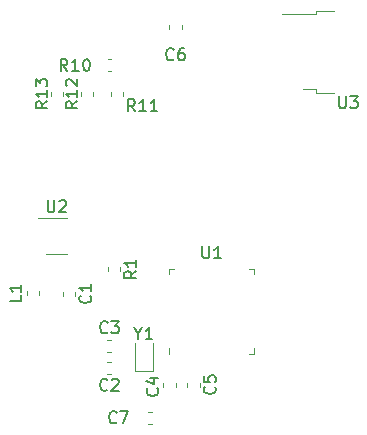
<source format=gbr>
G04 #@! TF.GenerationSoftware,KiCad,Pcbnew,5.1.5*
G04 #@! TF.CreationDate,2020-05-24T16:04:19+02:00*
G04 #@! TF.ProjectId,ATSAML22GA18A_DevBoard,41545341-4d4c-4323-9247-413138415f44,rev?*
G04 #@! TF.SameCoordinates,Original*
G04 #@! TF.FileFunction,Legend,Top*
G04 #@! TF.FilePolarity,Positive*
%FSLAX46Y46*%
G04 Gerber Fmt 4.6, Leading zero omitted, Abs format (unit mm)*
G04 Created by KiCad (PCBNEW 5.1.5) date 2020-05-24 16:04:19*
%MOMM*%
%LPD*%
G04 APERTURE LIST*
%ADD10C,0.120000*%
%ADD11C,0.150000*%
G04 APERTURE END LIST*
D10*
X155958000Y-83789733D02*
X155958000Y-84132267D01*
X154938000Y-83789733D02*
X154938000Y-84132267D01*
X159034267Y-89787000D02*
X158691733Y-89787000D01*
X159034267Y-90807000D02*
X158691733Y-90807000D01*
X159034267Y-88902000D02*
X158691733Y-88902000D01*
X159034267Y-87882000D02*
X158691733Y-87882000D01*
X163447000Y-91536733D02*
X163447000Y-91879267D01*
X164467000Y-91536733D02*
X164467000Y-91879267D01*
X166499000Y-91508733D02*
X166499000Y-91851267D01*
X165479000Y-91508733D02*
X165479000Y-91851267D01*
X163955000Y-61183733D02*
X163955000Y-61526267D01*
X164975000Y-61183733D02*
X164975000Y-61526267D01*
X162477267Y-94998000D02*
X162134733Y-94998000D01*
X162477267Y-93978000D02*
X162134733Y-93978000D01*
X151890000Y-84084279D02*
X151890000Y-83758721D01*
X152910000Y-84084279D02*
X152910000Y-83758721D01*
X159768000Y-81726721D02*
X159768000Y-82052279D01*
X158748000Y-81726721D02*
X158748000Y-82052279D01*
X159039779Y-64133000D02*
X158714221Y-64133000D01*
X159039779Y-65153000D02*
X158714221Y-65153000D01*
X159002000Y-67244279D02*
X159002000Y-66918721D01*
X160022000Y-67244279D02*
X160022000Y-66918721D01*
X157482000Y-67244279D02*
X157482000Y-66918721D01*
X156462000Y-67244279D02*
X156462000Y-66918721D01*
X153922000Y-67218779D02*
X153922000Y-66893221D01*
X154942000Y-67218779D02*
X154942000Y-66893221D01*
X163903000Y-82336000D02*
X163903000Y-81861000D01*
X163903000Y-81861000D02*
X164378000Y-81861000D01*
X171123000Y-88606000D02*
X171123000Y-89081000D01*
X171123000Y-89081000D02*
X170648000Y-89081000D01*
X171123000Y-82336000D02*
X171123000Y-81861000D01*
X171123000Y-81861000D02*
X170648000Y-81861000D01*
X163903000Y-88606000D02*
X163903000Y-89081000D01*
X153512000Y-80620000D02*
X155272000Y-80620000D01*
X155272000Y-77550000D02*
X152842000Y-77550000D01*
X177846000Y-60050000D02*
X176346000Y-60050000D01*
X176346000Y-60050000D02*
X176346000Y-60320000D01*
X176346000Y-60320000D02*
X173516000Y-60320000D01*
X177846000Y-66950000D02*
X176346000Y-66950000D01*
X176346000Y-66950000D02*
X176346000Y-66680000D01*
X176346000Y-66680000D02*
X175246000Y-66680000D01*
X160998000Y-88146000D02*
X160998000Y-90546000D01*
X160998000Y-90546000D02*
X162598000Y-90546000D01*
X162598000Y-90546000D02*
X162598000Y-88146000D01*
D11*
X157235142Y-84127666D02*
X157282761Y-84175285D01*
X157330380Y-84318142D01*
X157330380Y-84413380D01*
X157282761Y-84556238D01*
X157187523Y-84651476D01*
X157092285Y-84699095D01*
X156901809Y-84746714D01*
X156758952Y-84746714D01*
X156568476Y-84699095D01*
X156473238Y-84651476D01*
X156378000Y-84556238D01*
X156330380Y-84413380D01*
X156330380Y-84318142D01*
X156378000Y-84175285D01*
X156425619Y-84127666D01*
X157330380Y-83175285D02*
X157330380Y-83746714D01*
X157330380Y-83461000D02*
X156330380Y-83461000D01*
X156473238Y-83556238D01*
X156568476Y-83651476D01*
X156616095Y-83746714D01*
X158696333Y-92084142D02*
X158648714Y-92131761D01*
X158505857Y-92179380D01*
X158410619Y-92179380D01*
X158267761Y-92131761D01*
X158172523Y-92036523D01*
X158124904Y-91941285D01*
X158077285Y-91750809D01*
X158077285Y-91607952D01*
X158124904Y-91417476D01*
X158172523Y-91322238D01*
X158267761Y-91227000D01*
X158410619Y-91179380D01*
X158505857Y-91179380D01*
X158648714Y-91227000D01*
X158696333Y-91274619D01*
X159077285Y-91274619D02*
X159124904Y-91227000D01*
X159220142Y-91179380D01*
X159458238Y-91179380D01*
X159553476Y-91227000D01*
X159601095Y-91274619D01*
X159648714Y-91369857D01*
X159648714Y-91465095D01*
X159601095Y-91607952D01*
X159029666Y-92179380D01*
X159648714Y-92179380D01*
X158710333Y-87225142D02*
X158662714Y-87272761D01*
X158519857Y-87320380D01*
X158424619Y-87320380D01*
X158281761Y-87272761D01*
X158186523Y-87177523D01*
X158138904Y-87082285D01*
X158091285Y-86891809D01*
X158091285Y-86748952D01*
X158138904Y-86558476D01*
X158186523Y-86463238D01*
X158281761Y-86368000D01*
X158424619Y-86320380D01*
X158519857Y-86320380D01*
X158662714Y-86368000D01*
X158710333Y-86415619D01*
X159043666Y-86320380D02*
X159662714Y-86320380D01*
X159329380Y-86701333D01*
X159472238Y-86701333D01*
X159567476Y-86748952D01*
X159615095Y-86796571D01*
X159662714Y-86891809D01*
X159662714Y-87129904D01*
X159615095Y-87225142D01*
X159567476Y-87272761D01*
X159472238Y-87320380D01*
X159186523Y-87320380D01*
X159091285Y-87272761D01*
X159043666Y-87225142D01*
X162917142Y-91987666D02*
X162964761Y-92035285D01*
X163012380Y-92178142D01*
X163012380Y-92273380D01*
X162964761Y-92416238D01*
X162869523Y-92511476D01*
X162774285Y-92559095D01*
X162583809Y-92606714D01*
X162440952Y-92606714D01*
X162250476Y-92559095D01*
X162155238Y-92511476D01*
X162060000Y-92416238D01*
X162012380Y-92273380D01*
X162012380Y-92178142D01*
X162060000Y-92035285D01*
X162107619Y-91987666D01*
X162345714Y-91130523D02*
X163012380Y-91130523D01*
X161964761Y-91368619D02*
X162679047Y-91606714D01*
X162679047Y-90987666D01*
X167776142Y-91846666D02*
X167823761Y-91894285D01*
X167871380Y-92037142D01*
X167871380Y-92132380D01*
X167823761Y-92275238D01*
X167728523Y-92370476D01*
X167633285Y-92418095D01*
X167442809Y-92465714D01*
X167299952Y-92465714D01*
X167109476Y-92418095D01*
X167014238Y-92370476D01*
X166919000Y-92275238D01*
X166871380Y-92132380D01*
X166871380Y-92037142D01*
X166919000Y-91894285D01*
X166966619Y-91846666D01*
X166871380Y-90941904D02*
X166871380Y-91418095D01*
X167347571Y-91465714D01*
X167299952Y-91418095D01*
X167252333Y-91322857D01*
X167252333Y-91084761D01*
X167299952Y-90989523D01*
X167347571Y-90941904D01*
X167442809Y-90894285D01*
X167680904Y-90894285D01*
X167776142Y-90941904D01*
X167823761Y-90989523D01*
X167871380Y-91084761D01*
X167871380Y-91322857D01*
X167823761Y-91418095D01*
X167776142Y-91465714D01*
X164298333Y-64111142D02*
X164250714Y-64158761D01*
X164107857Y-64206380D01*
X164012619Y-64206380D01*
X163869761Y-64158761D01*
X163774523Y-64063523D01*
X163726904Y-63968285D01*
X163679285Y-63777809D01*
X163679285Y-63634952D01*
X163726904Y-63444476D01*
X163774523Y-63349238D01*
X163869761Y-63254000D01*
X164012619Y-63206380D01*
X164107857Y-63206380D01*
X164250714Y-63254000D01*
X164298333Y-63301619D01*
X165155476Y-63206380D02*
X164965000Y-63206380D01*
X164869761Y-63254000D01*
X164822142Y-63301619D01*
X164726904Y-63444476D01*
X164679285Y-63634952D01*
X164679285Y-64015904D01*
X164726904Y-64111142D01*
X164774523Y-64158761D01*
X164869761Y-64206380D01*
X165060238Y-64206380D01*
X165155476Y-64158761D01*
X165203095Y-64111142D01*
X165250714Y-64015904D01*
X165250714Y-63777809D01*
X165203095Y-63682571D01*
X165155476Y-63634952D01*
X165060238Y-63587333D01*
X164869761Y-63587333D01*
X164774523Y-63634952D01*
X164726904Y-63682571D01*
X164679285Y-63777809D01*
X159472333Y-94845142D02*
X159424714Y-94892761D01*
X159281857Y-94940380D01*
X159186619Y-94940380D01*
X159043761Y-94892761D01*
X158948523Y-94797523D01*
X158900904Y-94702285D01*
X158853285Y-94511809D01*
X158853285Y-94368952D01*
X158900904Y-94178476D01*
X158948523Y-94083238D01*
X159043761Y-93988000D01*
X159186619Y-93940380D01*
X159281857Y-93940380D01*
X159424714Y-93988000D01*
X159472333Y-94035619D01*
X159805666Y-93940380D02*
X160472333Y-93940380D01*
X160043761Y-94940380D01*
X151422380Y-84088166D02*
X151422380Y-84564357D01*
X150422380Y-84564357D01*
X151422380Y-83231023D02*
X151422380Y-83802452D01*
X151422380Y-83516738D02*
X150422380Y-83516738D01*
X150565238Y-83611976D01*
X150660476Y-83707214D01*
X150708095Y-83802452D01*
X161140380Y-82056166D02*
X160664190Y-82389500D01*
X161140380Y-82627595D02*
X160140380Y-82627595D01*
X160140380Y-82246642D01*
X160188000Y-82151404D01*
X160235619Y-82103785D01*
X160330857Y-82056166D01*
X160473714Y-82056166D01*
X160568952Y-82103785D01*
X160616571Y-82151404D01*
X160664190Y-82246642D01*
X160664190Y-82627595D01*
X161140380Y-81103785D02*
X161140380Y-81675214D01*
X161140380Y-81389500D02*
X160140380Y-81389500D01*
X160283238Y-81484738D01*
X160378476Y-81579976D01*
X160426095Y-81675214D01*
X155313142Y-65095380D02*
X154979809Y-64619190D01*
X154741714Y-65095380D02*
X154741714Y-64095380D01*
X155122666Y-64095380D01*
X155217904Y-64143000D01*
X155265523Y-64190619D01*
X155313142Y-64285857D01*
X155313142Y-64428714D01*
X155265523Y-64523952D01*
X155217904Y-64571571D01*
X155122666Y-64619190D01*
X154741714Y-64619190D01*
X156265523Y-65095380D02*
X155694095Y-65095380D01*
X155979809Y-65095380D02*
X155979809Y-64095380D01*
X155884571Y-64238238D01*
X155789333Y-64333476D01*
X155694095Y-64381095D01*
X156884571Y-64095380D02*
X156979809Y-64095380D01*
X157075047Y-64143000D01*
X157122666Y-64190619D01*
X157170285Y-64285857D01*
X157217904Y-64476333D01*
X157217904Y-64714428D01*
X157170285Y-64904904D01*
X157122666Y-65000142D01*
X157075047Y-65047761D01*
X156979809Y-65095380D01*
X156884571Y-65095380D01*
X156789333Y-65047761D01*
X156741714Y-65000142D01*
X156694095Y-64904904D01*
X156646476Y-64714428D01*
X156646476Y-64476333D01*
X156694095Y-64285857D01*
X156741714Y-64190619D01*
X156789333Y-64143000D01*
X156884571Y-64095380D01*
X161028142Y-68524380D02*
X160694809Y-68048190D01*
X160456714Y-68524380D02*
X160456714Y-67524380D01*
X160837666Y-67524380D01*
X160932904Y-67572000D01*
X160980523Y-67619619D01*
X161028142Y-67714857D01*
X161028142Y-67857714D01*
X160980523Y-67952952D01*
X160932904Y-68000571D01*
X160837666Y-68048190D01*
X160456714Y-68048190D01*
X161980523Y-68524380D02*
X161409095Y-68524380D01*
X161694809Y-68524380D02*
X161694809Y-67524380D01*
X161599571Y-67667238D01*
X161504333Y-67762476D01*
X161409095Y-67810095D01*
X162932904Y-68524380D02*
X162361476Y-68524380D01*
X162647190Y-68524380D02*
X162647190Y-67524380D01*
X162551952Y-67667238D01*
X162456714Y-67762476D01*
X162361476Y-67810095D01*
X156154380Y-67698857D02*
X155678190Y-68032190D01*
X156154380Y-68270285D02*
X155154380Y-68270285D01*
X155154380Y-67889333D01*
X155202000Y-67794095D01*
X155249619Y-67746476D01*
X155344857Y-67698857D01*
X155487714Y-67698857D01*
X155582952Y-67746476D01*
X155630571Y-67794095D01*
X155678190Y-67889333D01*
X155678190Y-68270285D01*
X156154380Y-66746476D02*
X156154380Y-67317904D01*
X156154380Y-67032190D02*
X155154380Y-67032190D01*
X155297238Y-67127428D01*
X155392476Y-67222666D01*
X155440095Y-67317904D01*
X155249619Y-66365523D02*
X155202000Y-66317904D01*
X155154380Y-66222666D01*
X155154380Y-65984571D01*
X155202000Y-65889333D01*
X155249619Y-65841714D01*
X155344857Y-65794095D01*
X155440095Y-65794095D01*
X155582952Y-65841714D01*
X156154380Y-66413142D01*
X156154380Y-65794095D01*
X153614380Y-67698857D02*
X153138190Y-68032190D01*
X153614380Y-68270285D02*
X152614380Y-68270285D01*
X152614380Y-67889333D01*
X152662000Y-67794095D01*
X152709619Y-67746476D01*
X152804857Y-67698857D01*
X152947714Y-67698857D01*
X153042952Y-67746476D01*
X153090571Y-67794095D01*
X153138190Y-67889333D01*
X153138190Y-68270285D01*
X153614380Y-66746476D02*
X153614380Y-67317904D01*
X153614380Y-67032190D02*
X152614380Y-67032190D01*
X152757238Y-67127428D01*
X152852476Y-67222666D01*
X152900095Y-67317904D01*
X152614380Y-66413142D02*
X152614380Y-65794095D01*
X152995333Y-66127428D01*
X152995333Y-65984571D01*
X153042952Y-65889333D01*
X153090571Y-65841714D01*
X153185809Y-65794095D01*
X153423904Y-65794095D01*
X153519142Y-65841714D01*
X153566761Y-65889333D01*
X153614380Y-65984571D01*
X153614380Y-66270285D01*
X153566761Y-66365523D01*
X153519142Y-66413142D01*
X166751095Y-79970380D02*
X166751095Y-80779904D01*
X166798714Y-80875142D01*
X166846333Y-80922761D01*
X166941571Y-80970380D01*
X167132047Y-80970380D01*
X167227285Y-80922761D01*
X167274904Y-80875142D01*
X167322523Y-80779904D01*
X167322523Y-79970380D01*
X168322523Y-80970380D02*
X167751095Y-80970380D01*
X168036809Y-80970380D02*
X168036809Y-79970380D01*
X167941571Y-80113238D01*
X167846333Y-80208476D01*
X167751095Y-80256095D01*
X153630095Y-76062380D02*
X153630095Y-76871904D01*
X153677714Y-76967142D01*
X153725333Y-77014761D01*
X153820571Y-77062380D01*
X154011047Y-77062380D01*
X154106285Y-77014761D01*
X154153904Y-76967142D01*
X154201523Y-76871904D01*
X154201523Y-76062380D01*
X154630095Y-76157619D02*
X154677714Y-76110000D01*
X154772952Y-76062380D01*
X155011047Y-76062380D01*
X155106285Y-76110000D01*
X155153904Y-76157619D01*
X155201523Y-76252857D01*
X155201523Y-76348095D01*
X155153904Y-76490952D01*
X154582476Y-77062380D01*
X155201523Y-77062380D01*
X178308095Y-67270380D02*
X178308095Y-68079904D01*
X178355714Y-68175142D01*
X178403333Y-68222761D01*
X178498571Y-68270380D01*
X178689047Y-68270380D01*
X178784285Y-68222761D01*
X178831904Y-68175142D01*
X178879523Y-68079904D01*
X178879523Y-67270380D01*
X179260476Y-67270380D02*
X179879523Y-67270380D01*
X179546190Y-67651333D01*
X179689047Y-67651333D01*
X179784285Y-67698952D01*
X179831904Y-67746571D01*
X179879523Y-67841809D01*
X179879523Y-68079904D01*
X179831904Y-68175142D01*
X179784285Y-68222761D01*
X179689047Y-68270380D01*
X179403333Y-68270380D01*
X179308095Y-68222761D01*
X179260476Y-68175142D01*
X161321809Y-87352190D02*
X161321809Y-87828380D01*
X160988476Y-86828380D02*
X161321809Y-87352190D01*
X161655142Y-86828380D01*
X162512285Y-87828380D02*
X161940857Y-87828380D01*
X162226571Y-87828380D02*
X162226571Y-86828380D01*
X162131333Y-86971238D01*
X162036095Y-87066476D01*
X161940857Y-87114095D01*
M02*

</source>
